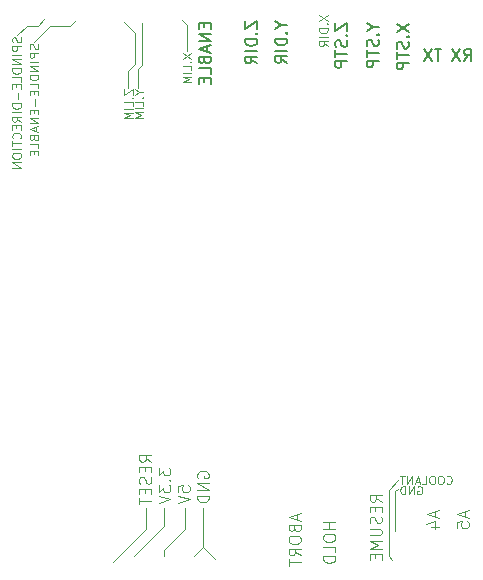
<source format=gbo>
G04 (created by PCBNEW-RS274X (2012-01-19 BZR 3256)-stable) date 20/07/2013 4:07:59 p.m.*
G01*
G70*
G90*
%MOIN*%
G04 Gerber Fmt 3.4, Leading zero omitted, Abs format*
%FSLAX34Y34*%
G04 APERTURE LIST*
%ADD10C,0.006000*%
%ADD11C,0.003900*%
%ADD12C,0.007900*%
G04 APERTURE END LIST*
G54D10*
G54D11*
X35600Y-32600D02*
X36000Y-33000D01*
X35600Y-32600D02*
X35300Y-32900D01*
X35600Y-31300D02*
X35600Y-32600D01*
X34300Y-32700D02*
X34300Y-32900D01*
X35000Y-32000D02*
X34300Y-32700D01*
X35000Y-31300D02*
X35000Y-32000D01*
X34300Y-31900D02*
X33300Y-32900D01*
X34300Y-31300D02*
X34300Y-31900D01*
X33700Y-32000D02*
X32600Y-33100D01*
X33700Y-31300D02*
X33700Y-32000D01*
X35424Y-30300D02*
X35405Y-30263D01*
X35405Y-30206D01*
X35424Y-30150D01*
X35462Y-30113D01*
X35499Y-30094D01*
X35574Y-30075D01*
X35631Y-30075D01*
X35706Y-30094D01*
X35743Y-30113D01*
X35781Y-30150D01*
X35799Y-30206D01*
X35799Y-30244D01*
X35781Y-30300D01*
X35762Y-30319D01*
X35631Y-30319D01*
X35631Y-30244D01*
X35799Y-30488D02*
X35405Y-30488D01*
X35799Y-30713D01*
X35405Y-30713D01*
X35799Y-30901D02*
X35405Y-30901D01*
X35405Y-30995D01*
X35424Y-31051D01*
X35462Y-31088D01*
X35499Y-31107D01*
X35574Y-31126D01*
X35631Y-31126D01*
X35706Y-31107D01*
X35743Y-31088D01*
X35781Y-31051D01*
X35799Y-30995D01*
X35799Y-30901D01*
X34765Y-30765D02*
X34765Y-30578D01*
X34953Y-30559D01*
X34934Y-30578D01*
X34916Y-30615D01*
X34916Y-30709D01*
X34934Y-30747D01*
X34953Y-30765D01*
X34991Y-30784D01*
X35084Y-30784D01*
X35122Y-30765D01*
X35141Y-30747D01*
X35159Y-30709D01*
X35159Y-30615D01*
X35141Y-30578D01*
X35122Y-30559D01*
X34765Y-30897D02*
X35159Y-31028D01*
X34765Y-31159D01*
X34125Y-29978D02*
X34125Y-30222D01*
X34276Y-30091D01*
X34276Y-30147D01*
X34294Y-30185D01*
X34313Y-30203D01*
X34351Y-30222D01*
X34444Y-30222D01*
X34482Y-30203D01*
X34501Y-30185D01*
X34519Y-30147D01*
X34519Y-30035D01*
X34501Y-29997D01*
X34482Y-29978D01*
X34482Y-30391D02*
X34501Y-30410D01*
X34519Y-30391D01*
X34501Y-30372D01*
X34482Y-30391D01*
X34519Y-30391D01*
X34125Y-30541D02*
X34125Y-30785D01*
X34276Y-30654D01*
X34276Y-30710D01*
X34294Y-30748D01*
X34313Y-30766D01*
X34351Y-30785D01*
X34444Y-30785D01*
X34482Y-30766D01*
X34501Y-30748D01*
X34519Y-30710D01*
X34519Y-30598D01*
X34501Y-30560D01*
X34482Y-30541D01*
X34125Y-30898D02*
X34519Y-31029D01*
X34125Y-31160D01*
X33879Y-29769D02*
X33692Y-29638D01*
X33879Y-29544D02*
X33485Y-29544D01*
X33485Y-29694D01*
X33504Y-29731D01*
X33523Y-29750D01*
X33561Y-29769D01*
X33617Y-29769D01*
X33654Y-29750D01*
X33673Y-29731D01*
X33692Y-29694D01*
X33692Y-29544D01*
X33673Y-29938D02*
X33673Y-30069D01*
X33879Y-30125D02*
X33879Y-29938D01*
X33485Y-29938D01*
X33485Y-30125D01*
X33861Y-30275D02*
X33879Y-30331D01*
X33879Y-30425D01*
X33861Y-30463D01*
X33842Y-30481D01*
X33804Y-30500D01*
X33767Y-30500D01*
X33729Y-30481D01*
X33711Y-30463D01*
X33692Y-30425D01*
X33673Y-30350D01*
X33654Y-30313D01*
X33636Y-30294D01*
X33598Y-30275D01*
X33561Y-30275D01*
X33523Y-30294D01*
X33504Y-30313D01*
X33485Y-30350D01*
X33485Y-30444D01*
X33504Y-30500D01*
X33673Y-30669D02*
X33673Y-30800D01*
X33879Y-30856D02*
X33879Y-30669D01*
X33485Y-30669D01*
X33485Y-30856D01*
X33485Y-30969D02*
X33485Y-31194D01*
X33879Y-31081D02*
X33485Y-31081D01*
X41800Y-32920D02*
X41920Y-33040D01*
X41800Y-30700D02*
X41800Y-32920D01*
X42120Y-30380D02*
X41800Y-30700D01*
X42020Y-30760D02*
X42020Y-32080D01*
X42100Y-30680D02*
X42020Y-30760D01*
X42760Y-30599D02*
X42786Y-30586D01*
X42825Y-30586D01*
X42865Y-30599D01*
X42891Y-30625D01*
X42904Y-30651D01*
X42917Y-30704D01*
X42917Y-30743D01*
X42904Y-30796D01*
X42891Y-30822D01*
X42865Y-30849D01*
X42825Y-30862D01*
X42799Y-30862D01*
X42760Y-30849D01*
X42747Y-30835D01*
X42747Y-30743D01*
X42799Y-30743D01*
X42628Y-30862D02*
X42628Y-30586D01*
X42471Y-30862D01*
X42471Y-30586D01*
X42339Y-30862D02*
X42339Y-30586D01*
X42274Y-30586D01*
X42234Y-30599D01*
X42208Y-30625D01*
X42195Y-30651D01*
X42182Y-30704D01*
X42182Y-30743D01*
X42195Y-30796D01*
X42208Y-30822D01*
X42234Y-30849D01*
X42274Y-30862D01*
X42339Y-30862D01*
X43733Y-30485D02*
X43746Y-30499D01*
X43785Y-30512D01*
X43811Y-30512D01*
X43851Y-30499D01*
X43877Y-30472D01*
X43890Y-30446D01*
X43903Y-30393D01*
X43903Y-30354D01*
X43890Y-30301D01*
X43877Y-30275D01*
X43851Y-30249D01*
X43811Y-30236D01*
X43785Y-30236D01*
X43746Y-30249D01*
X43733Y-30262D01*
X43562Y-30236D02*
X43509Y-30236D01*
X43483Y-30249D01*
X43457Y-30275D01*
X43443Y-30328D01*
X43443Y-30420D01*
X43457Y-30472D01*
X43483Y-30499D01*
X43509Y-30512D01*
X43562Y-30512D01*
X43588Y-30499D01*
X43614Y-30472D01*
X43627Y-30420D01*
X43627Y-30328D01*
X43614Y-30275D01*
X43588Y-30249D01*
X43562Y-30236D01*
X43273Y-30236D02*
X43220Y-30236D01*
X43194Y-30249D01*
X43168Y-30275D01*
X43154Y-30328D01*
X43154Y-30420D01*
X43168Y-30472D01*
X43194Y-30499D01*
X43220Y-30512D01*
X43273Y-30512D01*
X43299Y-30499D01*
X43325Y-30472D01*
X43338Y-30420D01*
X43338Y-30328D01*
X43325Y-30275D01*
X43299Y-30249D01*
X43273Y-30236D01*
X42905Y-30512D02*
X43036Y-30512D01*
X43036Y-30236D01*
X42826Y-30433D02*
X42695Y-30433D01*
X42853Y-30512D02*
X42761Y-30236D01*
X42669Y-30512D01*
X42576Y-30512D02*
X42576Y-30236D01*
X42419Y-30512D01*
X42419Y-30236D01*
X42327Y-30236D02*
X42169Y-30236D01*
X42248Y-30512D02*
X42248Y-30236D01*
X43347Y-31419D02*
X43347Y-31607D01*
X43459Y-31382D02*
X43065Y-31513D01*
X43459Y-31644D01*
X43197Y-31945D02*
X43459Y-31945D01*
X43047Y-31851D02*
X43328Y-31757D01*
X43328Y-32001D01*
X44347Y-31419D02*
X44347Y-31607D01*
X44459Y-31382D02*
X44065Y-31513D01*
X44459Y-31644D01*
X44065Y-31963D02*
X44065Y-31776D01*
X44253Y-31757D01*
X44234Y-31776D01*
X44216Y-31813D01*
X44216Y-31907D01*
X44234Y-31945D01*
X44253Y-31963D01*
X44291Y-31982D01*
X44384Y-31982D01*
X44422Y-31963D01*
X44441Y-31945D01*
X44459Y-31907D01*
X44459Y-31813D01*
X44441Y-31776D01*
X44422Y-31757D01*
X41559Y-31097D02*
X41372Y-30966D01*
X41559Y-30872D02*
X41165Y-30872D01*
X41165Y-31022D01*
X41184Y-31059D01*
X41203Y-31078D01*
X41241Y-31097D01*
X41297Y-31097D01*
X41334Y-31078D01*
X41353Y-31059D01*
X41372Y-31022D01*
X41372Y-30872D01*
X41353Y-31266D02*
X41353Y-31397D01*
X41559Y-31453D02*
X41559Y-31266D01*
X41165Y-31266D01*
X41165Y-31453D01*
X41541Y-31603D02*
X41559Y-31659D01*
X41559Y-31753D01*
X41541Y-31791D01*
X41522Y-31809D01*
X41484Y-31828D01*
X41447Y-31828D01*
X41409Y-31809D01*
X41391Y-31791D01*
X41372Y-31753D01*
X41353Y-31678D01*
X41334Y-31641D01*
X41316Y-31622D01*
X41278Y-31603D01*
X41241Y-31603D01*
X41203Y-31622D01*
X41184Y-31641D01*
X41165Y-31678D01*
X41165Y-31772D01*
X41184Y-31828D01*
X41165Y-31997D02*
X41484Y-31997D01*
X41522Y-32016D01*
X41541Y-32034D01*
X41559Y-32072D01*
X41559Y-32147D01*
X41541Y-32184D01*
X41522Y-32203D01*
X41484Y-32222D01*
X41165Y-32222D01*
X41559Y-32410D02*
X41165Y-32410D01*
X41447Y-32541D01*
X41165Y-32672D01*
X41559Y-32672D01*
X41353Y-32860D02*
X41353Y-32991D01*
X41559Y-33047D02*
X41559Y-32860D01*
X41165Y-32860D01*
X41165Y-33047D01*
X40009Y-31775D02*
X39615Y-31775D01*
X39803Y-31775D02*
X39803Y-32000D01*
X40009Y-32000D02*
X39615Y-32000D01*
X39615Y-32263D02*
X39615Y-32338D01*
X39634Y-32375D01*
X39672Y-32413D01*
X39747Y-32432D01*
X39878Y-32432D01*
X39953Y-32413D01*
X39991Y-32375D01*
X40009Y-32338D01*
X40009Y-32263D01*
X39991Y-32225D01*
X39953Y-32188D01*
X39878Y-32169D01*
X39747Y-32169D01*
X39672Y-32188D01*
X39634Y-32225D01*
X39615Y-32263D01*
X40009Y-32788D02*
X40009Y-32601D01*
X39615Y-32601D01*
X40009Y-32920D02*
X39615Y-32920D01*
X39615Y-33014D01*
X39634Y-33070D01*
X39672Y-33107D01*
X39709Y-33126D01*
X39784Y-33145D01*
X39841Y-33145D01*
X39916Y-33126D01*
X39953Y-33107D01*
X39991Y-33070D01*
X40009Y-33014D01*
X40009Y-32920D01*
X38747Y-31506D02*
X38747Y-31694D01*
X38859Y-31469D02*
X38465Y-31600D01*
X38859Y-31731D01*
X38653Y-31994D02*
X38672Y-32050D01*
X38691Y-32069D01*
X38728Y-32088D01*
X38784Y-32088D01*
X38822Y-32069D01*
X38841Y-32050D01*
X38859Y-32013D01*
X38859Y-31863D01*
X38465Y-31863D01*
X38465Y-31994D01*
X38484Y-32032D01*
X38503Y-32050D01*
X38541Y-32069D01*
X38578Y-32069D01*
X38616Y-32050D01*
X38634Y-32032D01*
X38653Y-31994D01*
X38653Y-31863D01*
X38465Y-32332D02*
X38465Y-32407D01*
X38484Y-32444D01*
X38522Y-32482D01*
X38597Y-32501D01*
X38728Y-32501D01*
X38803Y-32482D01*
X38841Y-32444D01*
X38859Y-32407D01*
X38859Y-32332D01*
X38841Y-32294D01*
X38803Y-32257D01*
X38728Y-32238D01*
X38597Y-32238D01*
X38522Y-32257D01*
X38484Y-32294D01*
X38465Y-32332D01*
X38859Y-32895D02*
X38672Y-32764D01*
X38859Y-32670D02*
X38465Y-32670D01*
X38465Y-32820D01*
X38484Y-32857D01*
X38503Y-32876D01*
X38541Y-32895D01*
X38597Y-32895D01*
X38634Y-32876D01*
X38653Y-32857D01*
X38672Y-32820D01*
X38672Y-32670D01*
X38465Y-33008D02*
X38465Y-33233D01*
X38859Y-33120D02*
X38465Y-33120D01*
X30100Y-15240D02*
X30320Y-15020D01*
X29740Y-15240D02*
X30100Y-15240D01*
X29420Y-15560D02*
X29740Y-15240D01*
X31180Y-15240D02*
X31380Y-15040D01*
X30520Y-15240D02*
X31180Y-15240D01*
X29980Y-15780D02*
X30520Y-15240D01*
X29525Y-15623D02*
X29539Y-15665D01*
X29539Y-15736D01*
X29525Y-15764D01*
X29511Y-15778D01*
X29483Y-15792D01*
X29455Y-15792D01*
X29427Y-15778D01*
X29412Y-15764D01*
X29398Y-15736D01*
X29384Y-15679D01*
X29370Y-15651D01*
X29356Y-15637D01*
X29328Y-15623D01*
X29300Y-15623D01*
X29272Y-15637D01*
X29258Y-15651D01*
X29244Y-15679D01*
X29244Y-15750D01*
X29258Y-15792D01*
X29539Y-15918D02*
X29244Y-15918D01*
X29244Y-16031D01*
X29258Y-16059D01*
X29272Y-16073D01*
X29300Y-16087D01*
X29342Y-16087D01*
X29370Y-16073D01*
X29384Y-16059D01*
X29398Y-16031D01*
X29398Y-15918D01*
X29539Y-16213D02*
X29244Y-16213D01*
X29539Y-16353D02*
X29244Y-16353D01*
X29539Y-16522D01*
X29244Y-16522D01*
X29539Y-16662D02*
X29244Y-16662D01*
X29244Y-16732D01*
X29258Y-16775D01*
X29286Y-16803D01*
X29314Y-16817D01*
X29370Y-16831D01*
X29412Y-16831D01*
X29469Y-16817D01*
X29497Y-16803D01*
X29525Y-16775D01*
X29539Y-16732D01*
X29539Y-16662D01*
X29539Y-17098D02*
X29539Y-16957D01*
X29244Y-16957D01*
X29384Y-17196D02*
X29384Y-17295D01*
X29539Y-17337D02*
X29539Y-17196D01*
X29244Y-17196D01*
X29244Y-17337D01*
X29427Y-17463D02*
X29427Y-17688D01*
X29539Y-17828D02*
X29244Y-17828D01*
X29244Y-17898D01*
X29258Y-17941D01*
X29286Y-17969D01*
X29314Y-17983D01*
X29370Y-17997D01*
X29412Y-17997D01*
X29469Y-17983D01*
X29497Y-17969D01*
X29525Y-17941D01*
X29539Y-17898D01*
X29539Y-17828D01*
X29539Y-18123D02*
X29244Y-18123D01*
X29539Y-18432D02*
X29398Y-18333D01*
X29539Y-18263D02*
X29244Y-18263D01*
X29244Y-18376D01*
X29258Y-18404D01*
X29272Y-18418D01*
X29300Y-18432D01*
X29342Y-18432D01*
X29370Y-18418D01*
X29384Y-18404D01*
X29398Y-18376D01*
X29398Y-18263D01*
X29384Y-18558D02*
X29384Y-18657D01*
X29539Y-18699D02*
X29539Y-18558D01*
X29244Y-18558D01*
X29244Y-18699D01*
X29511Y-18994D02*
X29525Y-18980D01*
X29539Y-18938D01*
X29539Y-18910D01*
X29525Y-18867D01*
X29497Y-18839D01*
X29469Y-18825D01*
X29412Y-18811D01*
X29370Y-18811D01*
X29314Y-18825D01*
X29286Y-18839D01*
X29258Y-18867D01*
X29244Y-18910D01*
X29244Y-18938D01*
X29258Y-18980D01*
X29272Y-18994D01*
X29244Y-19078D02*
X29244Y-19247D01*
X29539Y-19162D02*
X29244Y-19162D01*
X29539Y-19345D02*
X29244Y-19345D01*
X29244Y-19541D02*
X29244Y-19598D01*
X29258Y-19626D01*
X29286Y-19654D01*
X29342Y-19668D01*
X29441Y-19668D01*
X29497Y-19654D01*
X29525Y-19626D01*
X29539Y-19598D01*
X29539Y-19541D01*
X29525Y-19513D01*
X29497Y-19485D01*
X29441Y-19471D01*
X29342Y-19471D01*
X29286Y-19485D01*
X29258Y-19513D01*
X29244Y-19541D01*
X29539Y-19794D02*
X29244Y-19794D01*
X29539Y-19963D01*
X29244Y-19963D01*
X30105Y-15846D02*
X30119Y-15888D01*
X30119Y-15959D01*
X30105Y-15987D01*
X30091Y-16001D01*
X30063Y-16015D01*
X30035Y-16015D01*
X30007Y-16001D01*
X29992Y-15987D01*
X29978Y-15959D01*
X29964Y-15902D01*
X29950Y-15874D01*
X29936Y-15860D01*
X29908Y-15846D01*
X29880Y-15846D01*
X29852Y-15860D01*
X29838Y-15874D01*
X29824Y-15902D01*
X29824Y-15973D01*
X29838Y-16015D01*
X30119Y-16141D02*
X29824Y-16141D01*
X29824Y-16254D01*
X29838Y-16282D01*
X29852Y-16296D01*
X29880Y-16310D01*
X29922Y-16310D01*
X29950Y-16296D01*
X29964Y-16282D01*
X29978Y-16254D01*
X29978Y-16141D01*
X30119Y-16436D02*
X29824Y-16436D01*
X30119Y-16576D02*
X29824Y-16576D01*
X30119Y-16745D01*
X29824Y-16745D01*
X30119Y-16885D02*
X29824Y-16885D01*
X29824Y-16955D01*
X29838Y-16998D01*
X29866Y-17026D01*
X29894Y-17040D01*
X29950Y-17054D01*
X29992Y-17054D01*
X30049Y-17040D01*
X30077Y-17026D01*
X30105Y-16998D01*
X30119Y-16955D01*
X30119Y-16885D01*
X30119Y-17321D02*
X30119Y-17180D01*
X29824Y-17180D01*
X29964Y-17419D02*
X29964Y-17518D01*
X30119Y-17560D02*
X30119Y-17419D01*
X29824Y-17419D01*
X29824Y-17560D01*
X30007Y-17686D02*
X30007Y-17911D01*
X29964Y-18051D02*
X29964Y-18150D01*
X30119Y-18192D02*
X30119Y-18051D01*
X29824Y-18051D01*
X29824Y-18192D01*
X30119Y-18318D02*
X29824Y-18318D01*
X30119Y-18487D01*
X29824Y-18487D01*
X30035Y-18613D02*
X30035Y-18754D01*
X30119Y-18585D02*
X29824Y-18683D01*
X30119Y-18782D01*
X29964Y-18979D02*
X29978Y-19021D01*
X29992Y-19035D01*
X30021Y-19049D01*
X30063Y-19049D01*
X30091Y-19035D01*
X30105Y-19021D01*
X30119Y-18993D01*
X30119Y-18880D01*
X29824Y-18880D01*
X29824Y-18979D01*
X29838Y-19007D01*
X29852Y-19021D01*
X29880Y-19035D01*
X29908Y-19035D01*
X29936Y-19021D01*
X29950Y-19007D01*
X29964Y-18979D01*
X29964Y-18880D01*
X30119Y-19316D02*
X30119Y-19175D01*
X29824Y-19175D01*
X29964Y-19414D02*
X29964Y-19513D01*
X30119Y-19555D02*
X30119Y-19414D01*
X29824Y-19414D01*
X29824Y-19555D01*
X35080Y-15200D02*
X35080Y-16080D01*
X35080Y-15200D02*
X34920Y-15040D01*
X33120Y-17200D02*
X33120Y-17300D01*
X33440Y-17200D02*
X33440Y-17300D01*
X33440Y-17140D02*
X33440Y-17200D01*
X33580Y-16540D02*
X33580Y-15160D01*
X33440Y-16680D02*
X33580Y-16540D01*
X33440Y-17180D02*
X33440Y-16680D01*
X33340Y-15480D02*
X32960Y-15100D01*
X33340Y-16520D02*
X33340Y-15480D01*
X33120Y-16740D02*
X33340Y-16520D01*
X33120Y-17200D02*
X33120Y-16740D01*
X32986Y-17358D02*
X32986Y-17542D01*
X33262Y-17358D01*
X33262Y-17542D01*
X33235Y-17648D02*
X33249Y-17661D01*
X33262Y-17648D01*
X33249Y-17635D01*
X33235Y-17648D01*
X33262Y-17648D01*
X33262Y-17910D02*
X33262Y-17779D01*
X32986Y-17779D01*
X33262Y-18002D02*
X32986Y-18002D01*
X33262Y-18133D02*
X32986Y-18133D01*
X33183Y-18225D01*
X32986Y-18317D01*
X33262Y-18317D01*
X33480Y-17450D02*
X33612Y-17450D01*
X33336Y-17358D02*
X33480Y-17450D01*
X33336Y-17542D01*
X33585Y-17635D02*
X33599Y-17648D01*
X33612Y-17635D01*
X33599Y-17622D01*
X33585Y-17635D01*
X33612Y-17635D01*
X33612Y-17897D02*
X33612Y-17766D01*
X33336Y-17766D01*
X33612Y-17989D02*
X33336Y-17989D01*
X33612Y-18120D02*
X33336Y-18120D01*
X33533Y-18212D01*
X33336Y-18304D01*
X33612Y-18304D01*
X34936Y-16158D02*
X35212Y-16342D01*
X34936Y-16342D02*
X35212Y-16158D01*
X35185Y-16448D02*
X35199Y-16461D01*
X35212Y-16448D01*
X35199Y-16435D01*
X35185Y-16448D01*
X35212Y-16448D01*
X35212Y-16710D02*
X35212Y-16579D01*
X34936Y-16579D01*
X35212Y-16802D02*
X34936Y-16802D01*
X35212Y-16933D02*
X34936Y-16933D01*
X35133Y-17025D01*
X34936Y-17117D01*
X35212Y-17117D01*
G54D12*
X35653Y-15156D02*
X35653Y-15287D01*
X35859Y-15343D02*
X35859Y-15156D01*
X35465Y-15156D01*
X35465Y-15343D01*
X35859Y-15512D02*
X35465Y-15512D01*
X35859Y-15737D01*
X35465Y-15737D01*
X35747Y-15906D02*
X35747Y-16094D01*
X35859Y-15869D02*
X35465Y-16000D01*
X35859Y-16131D01*
X35653Y-16394D02*
X35672Y-16450D01*
X35691Y-16469D01*
X35728Y-16488D01*
X35784Y-16488D01*
X35822Y-16469D01*
X35841Y-16450D01*
X35859Y-16413D01*
X35859Y-16263D01*
X35465Y-16263D01*
X35465Y-16394D01*
X35484Y-16432D01*
X35503Y-16450D01*
X35541Y-16469D01*
X35578Y-16469D01*
X35616Y-16450D01*
X35634Y-16432D01*
X35653Y-16394D01*
X35653Y-16263D01*
X35859Y-16844D02*
X35859Y-16657D01*
X35465Y-16657D01*
X35653Y-16976D02*
X35653Y-17107D01*
X35859Y-17163D02*
X35859Y-16976D01*
X35465Y-16976D01*
X35465Y-17163D01*
G54D11*
X39474Y-14867D02*
X39769Y-15064D01*
X39474Y-15064D02*
X39769Y-14867D01*
X39741Y-15176D02*
X39755Y-15190D01*
X39769Y-15176D01*
X39755Y-15162D01*
X39741Y-15176D01*
X39769Y-15176D01*
X39769Y-15316D02*
X39474Y-15316D01*
X39474Y-15386D01*
X39488Y-15429D01*
X39516Y-15457D01*
X39544Y-15471D01*
X39600Y-15485D01*
X39642Y-15485D01*
X39699Y-15471D01*
X39727Y-15457D01*
X39755Y-15429D01*
X39769Y-15386D01*
X39769Y-15316D01*
X39769Y-15611D02*
X39474Y-15611D01*
X39769Y-15920D02*
X39628Y-15821D01*
X39769Y-15751D02*
X39474Y-15751D01*
X39474Y-15864D01*
X39488Y-15892D01*
X39502Y-15906D01*
X39530Y-15920D01*
X39572Y-15920D01*
X39600Y-15906D01*
X39614Y-15892D01*
X39628Y-15864D01*
X39628Y-15751D01*
G54D12*
X37015Y-15087D02*
X37015Y-15350D01*
X37409Y-15087D01*
X37409Y-15350D01*
X37372Y-15500D02*
X37391Y-15519D01*
X37409Y-15500D01*
X37391Y-15481D01*
X37372Y-15500D01*
X37409Y-15500D01*
X37409Y-15688D02*
X37015Y-15688D01*
X37015Y-15782D01*
X37034Y-15838D01*
X37072Y-15875D01*
X37109Y-15894D01*
X37184Y-15913D01*
X37241Y-15913D01*
X37316Y-15894D01*
X37353Y-15875D01*
X37391Y-15838D01*
X37409Y-15782D01*
X37409Y-15688D01*
X37409Y-16082D02*
X37015Y-16082D01*
X37409Y-16495D02*
X37222Y-16364D01*
X37409Y-16270D02*
X37015Y-16270D01*
X37015Y-16420D01*
X37034Y-16457D01*
X37053Y-16476D01*
X37091Y-16495D01*
X37147Y-16495D01*
X37184Y-16476D01*
X37203Y-16457D01*
X37222Y-16420D01*
X37222Y-16270D01*
X38222Y-15218D02*
X38409Y-15218D01*
X38015Y-15087D02*
X38222Y-15218D01*
X38015Y-15349D01*
X38372Y-15481D02*
X38391Y-15500D01*
X38409Y-15481D01*
X38391Y-15462D01*
X38372Y-15481D01*
X38409Y-15481D01*
X38409Y-15669D02*
X38015Y-15669D01*
X38015Y-15763D01*
X38034Y-15819D01*
X38072Y-15856D01*
X38109Y-15875D01*
X38184Y-15894D01*
X38241Y-15894D01*
X38316Y-15875D01*
X38353Y-15856D01*
X38391Y-15819D01*
X38409Y-15763D01*
X38409Y-15669D01*
X38409Y-16063D02*
X38015Y-16063D01*
X38409Y-16476D02*
X38222Y-16345D01*
X38409Y-16251D02*
X38015Y-16251D01*
X38015Y-16401D01*
X38034Y-16438D01*
X38053Y-16457D01*
X38091Y-16476D01*
X38147Y-16476D01*
X38184Y-16457D01*
X38203Y-16438D01*
X38222Y-16401D01*
X38222Y-16251D01*
X40015Y-15140D02*
X40015Y-15403D01*
X40409Y-15140D01*
X40409Y-15403D01*
X40372Y-15553D02*
X40391Y-15572D01*
X40409Y-15553D01*
X40391Y-15534D01*
X40372Y-15553D01*
X40409Y-15553D01*
X40391Y-15722D02*
X40409Y-15778D01*
X40409Y-15872D01*
X40391Y-15910D01*
X40372Y-15928D01*
X40334Y-15947D01*
X40297Y-15947D01*
X40259Y-15928D01*
X40241Y-15910D01*
X40222Y-15872D01*
X40203Y-15797D01*
X40184Y-15760D01*
X40166Y-15741D01*
X40128Y-15722D01*
X40091Y-15722D01*
X40053Y-15741D01*
X40034Y-15760D01*
X40015Y-15797D01*
X40015Y-15891D01*
X40034Y-15947D01*
X40015Y-16060D02*
X40015Y-16285D01*
X40409Y-16172D02*
X40015Y-16172D01*
X40409Y-16416D02*
X40015Y-16416D01*
X40015Y-16566D01*
X40034Y-16603D01*
X40053Y-16622D01*
X40091Y-16641D01*
X40147Y-16641D01*
X40184Y-16622D01*
X40203Y-16603D01*
X40222Y-16566D01*
X40222Y-16416D01*
X41272Y-15272D02*
X41459Y-15272D01*
X41065Y-15141D02*
X41272Y-15272D01*
X41065Y-15403D01*
X41422Y-15535D02*
X41441Y-15554D01*
X41459Y-15535D01*
X41441Y-15516D01*
X41422Y-15535D01*
X41459Y-15535D01*
X41441Y-15704D02*
X41459Y-15760D01*
X41459Y-15854D01*
X41441Y-15892D01*
X41422Y-15910D01*
X41384Y-15929D01*
X41347Y-15929D01*
X41309Y-15910D01*
X41291Y-15892D01*
X41272Y-15854D01*
X41253Y-15779D01*
X41234Y-15742D01*
X41216Y-15723D01*
X41178Y-15704D01*
X41141Y-15704D01*
X41103Y-15723D01*
X41084Y-15742D01*
X41065Y-15779D01*
X41065Y-15873D01*
X41084Y-15929D01*
X41065Y-16042D02*
X41065Y-16267D01*
X41459Y-16154D02*
X41065Y-16154D01*
X41459Y-16398D02*
X41065Y-16398D01*
X41065Y-16548D01*
X41084Y-16585D01*
X41103Y-16604D01*
X41141Y-16623D01*
X41197Y-16623D01*
X41234Y-16604D01*
X41253Y-16585D01*
X41272Y-16548D01*
X41272Y-16398D01*
X42065Y-15190D02*
X42459Y-15453D01*
X42065Y-15453D02*
X42459Y-15190D01*
X42422Y-15603D02*
X42441Y-15622D01*
X42459Y-15603D01*
X42441Y-15584D01*
X42422Y-15603D01*
X42459Y-15603D01*
X42441Y-15772D02*
X42459Y-15828D01*
X42459Y-15922D01*
X42441Y-15960D01*
X42422Y-15978D01*
X42384Y-15997D01*
X42347Y-15997D01*
X42309Y-15978D01*
X42291Y-15960D01*
X42272Y-15922D01*
X42253Y-15847D01*
X42234Y-15810D01*
X42216Y-15791D01*
X42178Y-15772D01*
X42141Y-15772D01*
X42103Y-15791D01*
X42084Y-15810D01*
X42065Y-15847D01*
X42065Y-15941D01*
X42084Y-15997D01*
X42065Y-16110D02*
X42065Y-16335D01*
X42459Y-16222D02*
X42065Y-16222D01*
X42459Y-16466D02*
X42065Y-16466D01*
X42065Y-16616D01*
X42084Y-16653D01*
X42103Y-16672D01*
X42141Y-16691D01*
X42197Y-16691D01*
X42234Y-16672D01*
X42253Y-16653D01*
X42272Y-16616D01*
X42272Y-16466D01*
X44315Y-16409D02*
X44446Y-16222D01*
X44540Y-16409D02*
X44540Y-16015D01*
X44390Y-16015D01*
X44353Y-16034D01*
X44334Y-16053D01*
X44315Y-16091D01*
X44315Y-16147D01*
X44334Y-16184D01*
X44353Y-16203D01*
X44390Y-16222D01*
X44540Y-16222D01*
X44184Y-16015D02*
X43921Y-16409D01*
X43921Y-16015D02*
X44184Y-16409D01*
X43549Y-16015D02*
X43324Y-16015D01*
X43437Y-16409D02*
X43437Y-16015D01*
X43231Y-16015D02*
X42968Y-16409D01*
X42968Y-16015D02*
X43231Y-16409D01*
M02*

</source>
